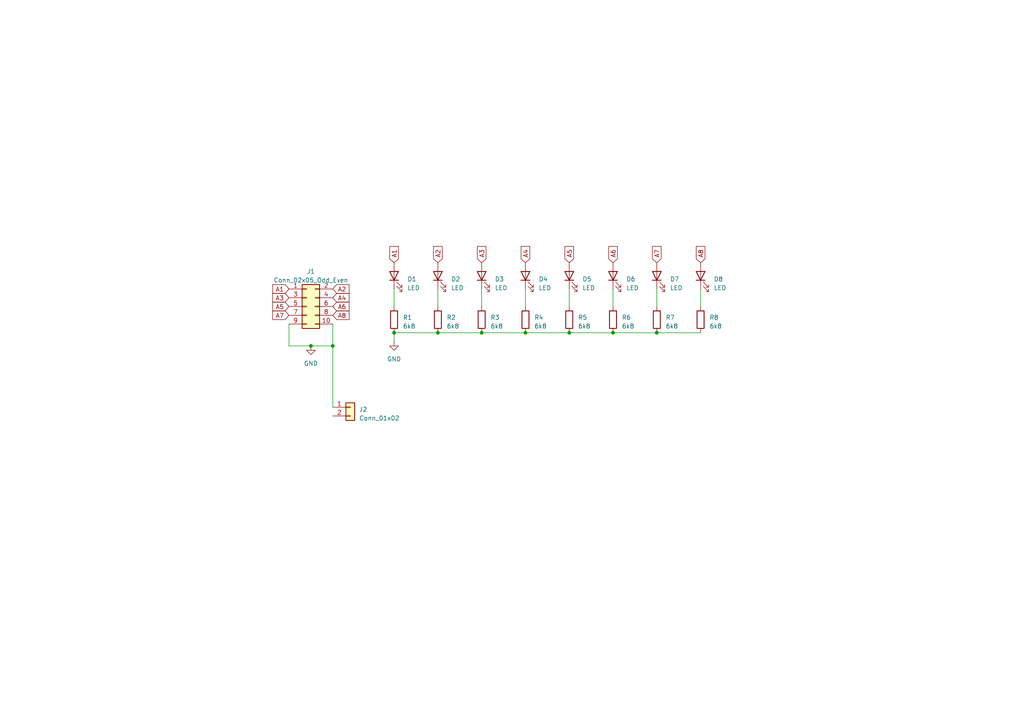
<source format=kicad_sch>
(kicad_sch (version 20230121) (generator eeschema)

  (uuid 1f9344d4-4095-44e9-b6fa-0e001fef8c31)

  (paper "A4")

  (lib_symbols
    (symbol "Connector_Generic:Conn_01x02" (pin_names (offset 1.016) hide) (in_bom yes) (on_board yes)
      (property "Reference" "J" (at 0 2.54 0)
        (effects (font (size 1.27 1.27)))
      )
      (property "Value" "Conn_01x02" (at 0 -5.08 0)
        (effects (font (size 1.27 1.27)))
      )
      (property "Footprint" "" (at 0 0 0)
        (effects (font (size 1.27 1.27)) hide)
      )
      (property "Datasheet" "~" (at 0 0 0)
        (effects (font (size 1.27 1.27)) hide)
      )
      (property "ki_keywords" "connector" (at 0 0 0)
        (effects (font (size 1.27 1.27)) hide)
      )
      (property "ki_description" "Generic connector, single row, 01x02, script generated (kicad-library-utils/schlib/autogen/connector/)" (at 0 0 0)
        (effects (font (size 1.27 1.27)) hide)
      )
      (property "ki_fp_filters" "Connector*:*_1x??_*" (at 0 0 0)
        (effects (font (size 1.27 1.27)) hide)
      )
      (symbol "Conn_01x02_1_1"
        (rectangle (start -1.27 -2.413) (end 0 -2.667)
          (stroke (width 0.1524) (type default))
          (fill (type none))
        )
        (rectangle (start -1.27 0.127) (end 0 -0.127)
          (stroke (width 0.1524) (type default))
          (fill (type none))
        )
        (rectangle (start -1.27 1.27) (end 1.27 -3.81)
          (stroke (width 0.254) (type default))
          (fill (type background))
        )
        (pin passive line (at -5.08 0 0) (length 3.81)
          (name "Pin_1" (effects (font (size 1.27 1.27))))
          (number "1" (effects (font (size 1.27 1.27))))
        )
        (pin passive line (at -5.08 -2.54 0) (length 3.81)
          (name "Pin_2" (effects (font (size 1.27 1.27))))
          (number "2" (effects (font (size 1.27 1.27))))
        )
      )
    )
    (symbol "Connector_Generic:Conn_02x05_Odd_Even" (pin_names (offset 1.016) hide) (in_bom yes) (on_board yes)
      (property "Reference" "J" (at 1.27 7.62 0)
        (effects (font (size 1.27 1.27)))
      )
      (property "Value" "Conn_02x05_Odd_Even" (at 1.27 -7.62 0)
        (effects (font (size 1.27 1.27)))
      )
      (property "Footprint" "" (at 0 0 0)
        (effects (font (size 1.27 1.27)) hide)
      )
      (property "Datasheet" "~" (at 0 0 0)
        (effects (font (size 1.27 1.27)) hide)
      )
      (property "ki_keywords" "connector" (at 0 0 0)
        (effects (font (size 1.27 1.27)) hide)
      )
      (property "ki_description" "Generic connector, double row, 02x05, odd/even pin numbering scheme (row 1 odd numbers, row 2 even numbers), script generated (kicad-library-utils/schlib/autogen/connector/)" (at 0 0 0)
        (effects (font (size 1.27 1.27)) hide)
      )
      (property "ki_fp_filters" "Connector*:*_2x??_*" (at 0 0 0)
        (effects (font (size 1.27 1.27)) hide)
      )
      (symbol "Conn_02x05_Odd_Even_1_1"
        (rectangle (start -1.27 -4.953) (end 0 -5.207)
          (stroke (width 0.1524) (type default))
          (fill (type none))
        )
        (rectangle (start -1.27 -2.413) (end 0 -2.667)
          (stroke (width 0.1524) (type default))
          (fill (type none))
        )
        (rectangle (start -1.27 0.127) (end 0 -0.127)
          (stroke (width 0.1524) (type default))
          (fill (type none))
        )
        (rectangle (start -1.27 2.667) (end 0 2.413)
          (stroke (width 0.1524) (type default))
          (fill (type none))
        )
        (rectangle (start -1.27 5.207) (end 0 4.953)
          (stroke (width 0.1524) (type default))
          (fill (type none))
        )
        (rectangle (start -1.27 6.35) (end 3.81 -6.35)
          (stroke (width 0.254) (type default))
          (fill (type background))
        )
        (rectangle (start 3.81 -4.953) (end 2.54 -5.207)
          (stroke (width 0.1524) (type default))
          (fill (type none))
        )
        (rectangle (start 3.81 -2.413) (end 2.54 -2.667)
          (stroke (width 0.1524) (type default))
          (fill (type none))
        )
        (rectangle (start 3.81 0.127) (end 2.54 -0.127)
          (stroke (width 0.1524) (type default))
          (fill (type none))
        )
        (rectangle (start 3.81 2.667) (end 2.54 2.413)
          (stroke (width 0.1524) (type default))
          (fill (type none))
        )
        (rectangle (start 3.81 5.207) (end 2.54 4.953)
          (stroke (width 0.1524) (type default))
          (fill (type none))
        )
        (pin passive line (at -5.08 5.08 0) (length 3.81)
          (name "Pin_1" (effects (font (size 1.27 1.27))))
          (number "1" (effects (font (size 1.27 1.27))))
        )
        (pin passive line (at 7.62 -5.08 180) (length 3.81)
          (name "Pin_10" (effects (font (size 1.27 1.27))))
          (number "10" (effects (font (size 1.27 1.27))))
        )
        (pin passive line (at 7.62 5.08 180) (length 3.81)
          (name "Pin_2" (effects (font (size 1.27 1.27))))
          (number "2" (effects (font (size 1.27 1.27))))
        )
        (pin passive line (at -5.08 2.54 0) (length 3.81)
          (name "Pin_3" (effects (font (size 1.27 1.27))))
          (number "3" (effects (font (size 1.27 1.27))))
        )
        (pin passive line (at 7.62 2.54 180) (length 3.81)
          (name "Pin_4" (effects (font (size 1.27 1.27))))
          (number "4" (effects (font (size 1.27 1.27))))
        )
        (pin passive line (at -5.08 0 0) (length 3.81)
          (name "Pin_5" (effects (font (size 1.27 1.27))))
          (number "5" (effects (font (size 1.27 1.27))))
        )
        (pin passive line (at 7.62 0 180) (length 3.81)
          (name "Pin_6" (effects (font (size 1.27 1.27))))
          (number "6" (effects (font (size 1.27 1.27))))
        )
        (pin passive line (at -5.08 -2.54 0) (length 3.81)
          (name "Pin_7" (effects (font (size 1.27 1.27))))
          (number "7" (effects (font (size 1.27 1.27))))
        )
        (pin passive line (at 7.62 -2.54 180) (length 3.81)
          (name "Pin_8" (effects (font (size 1.27 1.27))))
          (number "8" (effects (font (size 1.27 1.27))))
        )
        (pin passive line (at -5.08 -5.08 0) (length 3.81)
          (name "Pin_9" (effects (font (size 1.27 1.27))))
          (number "9" (effects (font (size 1.27 1.27))))
        )
      )
    )
    (symbol "Device:LED" (pin_numbers hide) (pin_names (offset 1.016) hide) (in_bom yes) (on_board yes)
      (property "Reference" "D" (at 0 2.54 0)
        (effects (font (size 1.27 1.27)))
      )
      (property "Value" "LED" (at 0 -2.54 0)
        (effects (font (size 1.27 1.27)))
      )
      (property "Footprint" "" (at 0 0 0)
        (effects (font (size 1.27 1.27)) hide)
      )
      (property "Datasheet" "~" (at 0 0 0)
        (effects (font (size 1.27 1.27)) hide)
      )
      (property "ki_keywords" "LED diode" (at 0 0 0)
        (effects (font (size 1.27 1.27)) hide)
      )
      (property "ki_description" "Light emitting diode" (at 0 0 0)
        (effects (font (size 1.27 1.27)) hide)
      )
      (property "ki_fp_filters" "LED* LED_SMD:* LED_THT:*" (at 0 0 0)
        (effects (font (size 1.27 1.27)) hide)
      )
      (symbol "LED_0_1"
        (polyline
          (pts
            (xy -1.27 -1.27)
            (xy -1.27 1.27)
          )
          (stroke (width 0.254) (type default))
          (fill (type none))
        )
        (polyline
          (pts
            (xy -1.27 0)
            (xy 1.27 0)
          )
          (stroke (width 0) (type default))
          (fill (type none))
        )
        (polyline
          (pts
            (xy 1.27 -1.27)
            (xy 1.27 1.27)
            (xy -1.27 0)
            (xy 1.27 -1.27)
          )
          (stroke (width 0.254) (type default))
          (fill (type none))
        )
        (polyline
          (pts
            (xy -3.048 -0.762)
            (xy -4.572 -2.286)
            (xy -3.81 -2.286)
            (xy -4.572 -2.286)
            (xy -4.572 -1.524)
          )
          (stroke (width 0) (type default))
          (fill (type none))
        )
        (polyline
          (pts
            (xy -1.778 -0.762)
            (xy -3.302 -2.286)
            (xy -2.54 -2.286)
            (xy -3.302 -2.286)
            (xy -3.302 -1.524)
          )
          (stroke (width 0) (type default))
          (fill (type none))
        )
      )
      (symbol "LED_1_1"
        (pin passive line (at -3.81 0 0) (length 2.54)
          (name "K" (effects (font (size 1.27 1.27))))
          (number "1" (effects (font (size 1.27 1.27))))
        )
        (pin passive line (at 3.81 0 180) (length 2.54)
          (name "A" (effects (font (size 1.27 1.27))))
          (number "2" (effects (font (size 1.27 1.27))))
        )
      )
    )
    (symbol "Device:R" (pin_numbers hide) (pin_names (offset 0)) (in_bom yes) (on_board yes)
      (property "Reference" "R" (at 2.032 0 90)
        (effects (font (size 1.27 1.27)))
      )
      (property "Value" "R" (at 0 0 90)
        (effects (font (size 1.27 1.27)))
      )
      (property "Footprint" "" (at -1.778 0 90)
        (effects (font (size 1.27 1.27)) hide)
      )
      (property "Datasheet" "~" (at 0 0 0)
        (effects (font (size 1.27 1.27)) hide)
      )
      (property "ki_keywords" "R res resistor" (at 0 0 0)
        (effects (font (size 1.27 1.27)) hide)
      )
      (property "ki_description" "Resistor" (at 0 0 0)
        (effects (font (size 1.27 1.27)) hide)
      )
      (property "ki_fp_filters" "R_*" (at 0 0 0)
        (effects (font (size 1.27 1.27)) hide)
      )
      (symbol "R_0_1"
        (rectangle (start -1.016 -2.54) (end 1.016 2.54)
          (stroke (width 0.254) (type default))
          (fill (type none))
        )
      )
      (symbol "R_1_1"
        (pin passive line (at 0 3.81 270) (length 1.27)
          (name "~" (effects (font (size 1.27 1.27))))
          (number "1" (effects (font (size 1.27 1.27))))
        )
        (pin passive line (at 0 -3.81 90) (length 1.27)
          (name "~" (effects (font (size 1.27 1.27))))
          (number "2" (effects (font (size 1.27 1.27))))
        )
      )
    )
    (symbol "power:GND" (power) (pin_names (offset 0)) (in_bom yes) (on_board yes)
      (property "Reference" "#PWR" (at 0 -6.35 0)
        (effects (font (size 1.27 1.27)) hide)
      )
      (property "Value" "GND" (at 0 -3.81 0)
        (effects (font (size 1.27 1.27)))
      )
      (property "Footprint" "" (at 0 0 0)
        (effects (font (size 1.27 1.27)) hide)
      )
      (property "Datasheet" "" (at 0 0 0)
        (effects (font (size 1.27 1.27)) hide)
      )
      (property "ki_keywords" "global power" (at 0 0 0)
        (effects (font (size 1.27 1.27)) hide)
      )
      (property "ki_description" "Power symbol creates a global label with name \"GND\" , ground" (at 0 0 0)
        (effects (font (size 1.27 1.27)) hide)
      )
      (symbol "GND_0_1"
        (polyline
          (pts
            (xy 0 0)
            (xy 0 -1.27)
            (xy 1.27 -1.27)
            (xy 0 -2.54)
            (xy -1.27 -1.27)
            (xy 0 -1.27)
          )
          (stroke (width 0) (type default))
          (fill (type none))
        )
      )
      (symbol "GND_1_1"
        (pin power_in line (at 0 0 270) (length 0) hide
          (name "GND" (effects (font (size 1.27 1.27))))
          (number "1" (effects (font (size 1.27 1.27))))
        )
      )
    )
  )

  (junction (at 127 96.52) (diameter 0) (color 0 0 0 0)
    (uuid 52680f15-9e3d-4afb-97f0-41455768ef04)
  )
  (junction (at 165.1 96.52) (diameter 0) (color 0 0 0 0)
    (uuid 5635c227-a752-4b63-82e9-9240af7c602d)
  )
  (junction (at 90.17 100.33) (diameter 0) (color 0 0 0 0)
    (uuid 67889754-eda3-40e4-8375-9be439e4a2c4)
  )
  (junction (at 114.3 96.52) (diameter 0) (color 0 0 0 0)
    (uuid 99f2f5bc-66ed-4da4-8071-b94572fd2397)
  )
  (junction (at 139.7 96.52) (diameter 0) (color 0 0 0 0)
    (uuid 9e26f2b7-42fd-4dd5-b909-8285d16abea0)
  )
  (junction (at 190.5 96.52) (diameter 0) (color 0 0 0 0)
    (uuid a90add29-4e8a-41b0-84d9-2161b3792b50)
  )
  (junction (at 96.52 100.33) (diameter 0) (color 0 0 0 0)
    (uuid ac464865-bdee-4dc9-9d83-053a82c20454)
  )
  (junction (at 177.8 96.52) (diameter 0) (color 0 0 0 0)
    (uuid bd407550-1e10-4a6a-8e19-15f2c5635e97)
  )
  (junction (at 152.4 96.52) (diameter 0) (color 0 0 0 0)
    (uuid ce497b76-1210-4fbb-8b39-3b71d560c06b)
  )

  (wire (pts (xy 96.52 100.33) (xy 96.52 118.11))
    (stroke (width 0) (type default))
    (uuid 0848fcf3-1d77-4a67-99ec-5aa595cf9f35)
  )
  (wire (pts (xy 83.82 93.98) (xy 83.82 100.33))
    (stroke (width 0) (type default))
    (uuid 1ddd9ada-d388-4ff3-965d-7a4dc0178ddb)
  )
  (wire (pts (xy 127 96.52) (xy 139.7 96.52))
    (stroke (width 0) (type default))
    (uuid 23294f78-8d32-45ee-b18b-a44a45ff718a)
  )
  (wire (pts (xy 165.1 96.52) (xy 177.8 96.52))
    (stroke (width 0) (type default))
    (uuid 44b912a0-1b35-400a-b264-4eaa2969c09f)
  )
  (wire (pts (xy 114.3 83.82) (xy 114.3 88.9))
    (stroke (width 0) (type default))
    (uuid 46140ce4-8b09-42bd-97cc-dfb0650757a9)
  )
  (wire (pts (xy 190.5 83.82) (xy 190.5 88.9))
    (stroke (width 0) (type default))
    (uuid 4d508683-7f45-47e1-8656-7b8bfd618df0)
  )
  (wire (pts (xy 177.8 83.82) (xy 177.8 88.9))
    (stroke (width 0) (type default))
    (uuid 5830412c-327a-4ed2-8102-168e6745e4c6)
  )
  (wire (pts (xy 96.52 100.33) (xy 96.52 93.98))
    (stroke (width 0) (type default))
    (uuid 77857da0-57e2-4b6e-b320-242ec1c2edc0)
  )
  (wire (pts (xy 165.1 83.82) (xy 165.1 88.9))
    (stroke (width 0) (type default))
    (uuid 94213a1f-8d21-40f9-821c-3c4dd0aaf353)
  )
  (wire (pts (xy 177.8 96.52) (xy 190.5 96.52))
    (stroke (width 0) (type default))
    (uuid 9541eaff-e539-4bdb-9562-3917286c2b20)
  )
  (wire (pts (xy 190.5 96.52) (xy 203.2 96.52))
    (stroke (width 0) (type default))
    (uuid 9645e248-ede3-4bfe-82c6-a5604f0f4e0a)
  )
  (wire (pts (xy 139.7 83.82) (xy 139.7 88.9))
    (stroke (width 0) (type default))
    (uuid ac964ec8-1b19-48c7-ba38-017a80a3856c)
  )
  (wire (pts (xy 114.3 96.52) (xy 127 96.52))
    (stroke (width 0) (type default))
    (uuid ad629d0b-ff0d-4049-a913-1df94fa0edbe)
  )
  (wire (pts (xy 139.7 96.52) (xy 152.4 96.52))
    (stroke (width 0) (type default))
    (uuid b239db7c-ba9e-496f-9c57-a7ea0bb259cc)
  )
  (wire (pts (xy 127 83.82) (xy 127 88.9))
    (stroke (width 0) (type default))
    (uuid be6db559-6208-416c-b4ea-1e8d87afe781)
  )
  (wire (pts (xy 90.17 100.33) (xy 96.52 100.33))
    (stroke (width 0) (type default))
    (uuid cf0fd747-3a87-4c5a-8f89-19585ab300b6)
  )
  (wire (pts (xy 114.3 96.52) (xy 114.3 99.06))
    (stroke (width 0) (type default))
    (uuid d47cd828-0aa5-4526-8e2d-08cdc2bf2460)
  )
  (wire (pts (xy 152.4 83.82) (xy 152.4 88.9))
    (stroke (width 0) (type default))
    (uuid d56b6950-d447-40f2-8c32-d5a73db12804)
  )
  (wire (pts (xy 83.82 100.33) (xy 90.17 100.33))
    (stroke (width 0) (type default))
    (uuid dc4e541a-b8e5-4b34-8786-17e011fe739a)
  )
  (wire (pts (xy 152.4 96.52) (xy 165.1 96.52))
    (stroke (width 0) (type default))
    (uuid eb49b511-4e9d-4621-a8eb-8a05288f75e6)
  )
  (wire (pts (xy 203.2 83.82) (xy 203.2 88.9))
    (stroke (width 0) (type default))
    (uuid fb4dfb2d-d538-4ed3-8d85-10e8266d25c2)
  )

  (global_label "A1" (shape input) (at 83.82 83.82 180) (fields_autoplaced)
    (effects (font (size 1.27 1.27)) (justify right))
    (uuid 06a8598c-6c9d-4580-a156-21ed2a67f89b)
    (property "Intersheetrefs" "${INTERSHEET_REFS}" (at 78.6161 83.82 0)
      (effects (font (size 1.27 1.27)) (justify right) hide)
    )
  )
  (global_label "A1" (shape input) (at 114.3 76.2 90) (fields_autoplaced)
    (effects (font (size 1.27 1.27)) (justify left))
    (uuid 2bc1ca77-9145-4617-94f4-10a0eaf0a239)
    (property "Intersheetrefs" "${INTERSHEET_REFS}" (at 114.3 70.9961 90)
      (effects (font (size 1.27 1.27)) (justify left) hide)
    )
  )
  (global_label "A8" (shape input) (at 96.52 91.44 0) (fields_autoplaced)
    (effects (font (size 1.27 1.27)) (justify left))
    (uuid 2bcd5440-963a-4915-9dda-29f14a654965)
    (property "Intersheetrefs" "${INTERSHEET_REFS}" (at 101.7239 91.44 0)
      (effects (font (size 1.27 1.27)) (justify left) hide)
    )
  )
  (global_label "A3" (shape input) (at 139.7 76.2 90) (fields_autoplaced)
    (effects (font (size 1.27 1.27)) (justify left))
    (uuid 305a950c-dcb5-4639-8791-7f9952f2fa94)
    (property "Intersheetrefs" "${INTERSHEET_REFS}" (at 139.7 70.9961 90)
      (effects (font (size 1.27 1.27)) (justify left) hide)
    )
  )
  (global_label "A4" (shape input) (at 152.4 76.2 90) (fields_autoplaced)
    (effects (font (size 1.27 1.27)) (justify left))
    (uuid 406c5c8d-7de0-40a4-afaf-f56944620d17)
    (property "Intersheetrefs" "${INTERSHEET_REFS}" (at 152.4 70.9961 90)
      (effects (font (size 1.27 1.27)) (justify left) hide)
    )
  )
  (global_label "A7" (shape input) (at 190.5 76.2 90) (fields_autoplaced)
    (effects (font (size 1.27 1.27)) (justify left))
    (uuid 45a8b236-8894-414d-8661-189cec3fb04d)
    (property "Intersheetrefs" "${INTERSHEET_REFS}" (at 190.5 70.9961 90)
      (effects (font (size 1.27 1.27)) (justify left) hide)
    )
  )
  (global_label "A4" (shape input) (at 96.52 86.36 0) (fields_autoplaced)
    (effects (font (size 1.27 1.27)) (justify left))
    (uuid 4fca704b-9dcf-48bf-99c3-252d3ab3307d)
    (property "Intersheetrefs" "${INTERSHEET_REFS}" (at 101.7239 86.36 0)
      (effects (font (size 1.27 1.27)) (justify left) hide)
    )
  )
  (global_label "A5" (shape input) (at 83.82 88.9 180) (fields_autoplaced)
    (effects (font (size 1.27 1.27)) (justify right))
    (uuid 5c12db1f-18f6-45cb-8626-883a420bd79f)
    (property "Intersheetrefs" "${INTERSHEET_REFS}" (at 78.6161 88.9 0)
      (effects (font (size 1.27 1.27)) (justify right) hide)
    )
  )
  (global_label "A2" (shape input) (at 127 76.2 90) (fields_autoplaced)
    (effects (font (size 1.27 1.27)) (justify left))
    (uuid 6f8aaf7a-e381-4a58-83dc-072228aa1009)
    (property "Intersheetrefs" "${INTERSHEET_REFS}" (at 127 70.9961 90)
      (effects (font (size 1.27 1.27)) (justify left) hide)
    )
  )
  (global_label "A5" (shape input) (at 165.1 76.2 90) (fields_autoplaced)
    (effects (font (size 1.27 1.27)) (justify left))
    (uuid 7a7486b6-d91b-4d6b-a9ea-4097c20e86c6)
    (property "Intersheetrefs" "${INTERSHEET_REFS}" (at 165.1 70.9961 90)
      (effects (font (size 1.27 1.27)) (justify left) hide)
    )
  )
  (global_label "A6" (shape input) (at 177.8 76.2 90) (fields_autoplaced)
    (effects (font (size 1.27 1.27)) (justify left))
    (uuid 83c2d13b-653a-40bf-8c5c-3ef5d19ac562)
    (property "Intersheetrefs" "${INTERSHEET_REFS}" (at 177.8 70.9961 90)
      (effects (font (size 1.27 1.27)) (justify left) hide)
    )
  )
  (global_label "A6" (shape input) (at 96.52 88.9 0) (fields_autoplaced)
    (effects (font (size 1.27 1.27)) (justify left))
    (uuid 956a8535-9539-4d04-89c7-e7721af33d89)
    (property "Intersheetrefs" "${INTERSHEET_REFS}" (at 101.7239 88.9 0)
      (effects (font (size 1.27 1.27)) (justify left) hide)
    )
  )
  (global_label "A2" (shape input) (at 96.52 83.82 0) (fields_autoplaced)
    (effects (font (size 1.27 1.27)) (justify left))
    (uuid c376ffcf-8ebc-4f21-a846-a04083d0b6da)
    (property "Intersheetrefs" "${INTERSHEET_REFS}" (at 101.7239 83.82 0)
      (effects (font (size 1.27 1.27)) (justify left) hide)
    )
  )
  (global_label "A7" (shape input) (at 83.82 91.44 180) (fields_autoplaced)
    (effects (font (size 1.27 1.27)) (justify right))
    (uuid c4c4597c-3944-4a8c-aea9-5e1fcab3b4d9)
    (property "Intersheetrefs" "${INTERSHEET_REFS}" (at 78.6161 91.44 0)
      (effects (font (size 1.27 1.27)) (justify right) hide)
    )
  )
  (global_label "A8" (shape input) (at 203.2 76.2 90) (fields_autoplaced)
    (effects (font (size 1.27 1.27)) (justify left))
    (uuid db75d147-ce0b-4a86-bf0e-187a52dc2c55)
    (property "Intersheetrefs" "${INTERSHEET_REFS}" (at 203.2 70.9961 90)
      (effects (font (size 1.27 1.27)) (justify left) hide)
    )
  )
  (global_label "A3" (shape input) (at 83.82 86.36 180) (fields_autoplaced)
    (effects (font (size 1.27 1.27)) (justify right))
    (uuid ebc82cd0-8e89-4411-b4eb-14915ced9dd8)
    (property "Intersheetrefs" "${INTERSHEET_REFS}" (at 78.6161 86.36 0)
      (effects (font (size 1.27 1.27)) (justify right) hide)
    )
  )

  (symbol (lib_id "Device:R") (at 203.2 92.71 0) (unit 1)
    (in_bom yes) (on_board yes) (dnp no) (fields_autoplaced)
    (uuid 00fead9e-23f8-46c0-883c-ffc3ed706b73)
    (property "Reference" "R8" (at 205.74 92.075 0)
      (effects (font (size 1.27 1.27)) (justify left))
    )
    (property "Value" "6k8" (at 205.74 94.615 0)
      (effects (font (size 1.27 1.27)) (justify left))
    )
    (property "Footprint" "Resistor_THT:R_Axial_DIN0207_L6.3mm_D2.5mm_P10.16mm_Horizontal" (at 201.422 92.71 90)
      (effects (font (size 1.27 1.27)) hide)
    )
    (property "Datasheet" "~" (at 203.2 92.71 0)
      (effects (font (size 1.27 1.27)) hide)
    )
    (pin "1" (uuid 59ee7ba9-9bc8-4f39-9f36-679749464af3))
    (pin "2" (uuid 3bd09349-54ea-4099-be3e-7343977329a7))
    (instances
      (project "DOT"
        (path "/1f9344d4-4095-44e9-b6fa-0e001fef8c31"
          (reference "R8") (unit 1)
        )
      )
    )
  )

  (symbol (lib_id "power:GND") (at 114.3 99.06 0) (unit 1)
    (in_bom yes) (on_board yes) (dnp no) (fields_autoplaced)
    (uuid 21e8b33f-b5d9-4dc5-8dfd-b622e1e6a922)
    (property "Reference" "#PWR01" (at 114.3 105.41 0)
      (effects (font (size 1.27 1.27)) hide)
    )
    (property "Value" "GND" (at 114.3 104.14 0)
      (effects (font (size 1.27 1.27)))
    )
    (property "Footprint" "" (at 114.3 99.06 0)
      (effects (font (size 1.27 1.27)) hide)
    )
    (property "Datasheet" "" (at 114.3 99.06 0)
      (effects (font (size 1.27 1.27)) hide)
    )
    (pin "1" (uuid 494ddd2a-0668-44d0-b62d-18c120972025))
    (instances
      (project "DOT"
        (path "/1f9344d4-4095-44e9-b6fa-0e001fef8c31"
          (reference "#PWR01") (unit 1)
        )
      )
    )
  )

  (symbol (lib_id "Device:LED") (at 127 80.01 90) (unit 1)
    (in_bom yes) (on_board yes) (dnp no) (fields_autoplaced)
    (uuid 321eb053-1f4b-4d05-8b6e-bd52ae8314e3)
    (property "Reference" "D2" (at 130.81 80.9625 90)
      (effects (font (size 1.27 1.27)) (justify right))
    )
    (property "Value" "LED" (at 130.81 83.5025 90)
      (effects (font (size 1.27 1.27)) (justify right))
    )
    (property "Footprint" "LED_THT:LED_D5.0mm" (at 127 80.01 0)
      (effects (font (size 1.27 1.27)) hide)
    )
    (property "Datasheet" "~" (at 127 80.01 0)
      (effects (font (size 1.27 1.27)) hide)
    )
    (pin "1" (uuid 720137cf-08a4-4429-822b-e1e7047ab70a))
    (pin "2" (uuid dfade80f-5867-48fb-88aa-66e75f1af03c))
    (instances
      (project "DOT"
        (path "/1f9344d4-4095-44e9-b6fa-0e001fef8c31"
          (reference "D2") (unit 1)
        )
      )
    )
  )

  (symbol (lib_id "Device:R") (at 139.7 92.71 0) (unit 1)
    (in_bom yes) (on_board yes) (dnp no) (fields_autoplaced)
    (uuid 3388b50a-4e2b-4914-b732-8975ac738d10)
    (property "Reference" "R3" (at 142.24 92.075 0)
      (effects (font (size 1.27 1.27)) (justify left))
    )
    (property "Value" "6k8" (at 142.24 94.615 0)
      (effects (font (size 1.27 1.27)) (justify left))
    )
    (property "Footprint" "Resistor_THT:R_Axial_DIN0207_L6.3mm_D2.5mm_P10.16mm_Horizontal" (at 137.922 92.71 90)
      (effects (font (size 1.27 1.27)) hide)
    )
    (property "Datasheet" "~" (at 139.7 92.71 0)
      (effects (font (size 1.27 1.27)) hide)
    )
    (pin "1" (uuid e0106ea8-5e4e-4762-8515-e984ab230d59))
    (pin "2" (uuid a4ac02eb-f73a-4a78-8d03-cccc28619b58))
    (instances
      (project "DOT"
        (path "/1f9344d4-4095-44e9-b6fa-0e001fef8c31"
          (reference "R3") (unit 1)
        )
      )
    )
  )

  (symbol (lib_id "Device:LED") (at 190.5 80.01 90) (unit 1)
    (in_bom yes) (on_board yes) (dnp no) (fields_autoplaced)
    (uuid 47a28aa7-183c-4630-b25d-2b48b103665c)
    (property "Reference" "D7" (at 194.31 80.9625 90)
      (effects (font (size 1.27 1.27)) (justify right))
    )
    (property "Value" "LED" (at 194.31 83.5025 90)
      (effects (font (size 1.27 1.27)) (justify right))
    )
    (property "Footprint" "LED_THT:LED_D5.0mm" (at 190.5 80.01 0)
      (effects (font (size 1.27 1.27)) hide)
    )
    (property "Datasheet" "~" (at 190.5 80.01 0)
      (effects (font (size 1.27 1.27)) hide)
    )
    (pin "1" (uuid 27ce21b1-3e4e-42a1-be9f-121107ae8e1b))
    (pin "2" (uuid 160b2aa2-fd57-4792-95b7-0889ecf9d1fc))
    (instances
      (project "DOT"
        (path "/1f9344d4-4095-44e9-b6fa-0e001fef8c31"
          (reference "D7") (unit 1)
        )
      )
    )
  )

  (symbol (lib_id "Connector_Generic:Conn_02x05_Odd_Even") (at 88.9 88.9 0) (unit 1)
    (in_bom yes) (on_board yes) (dnp no) (fields_autoplaced)
    (uuid 4b850237-2aa4-4497-a563-1244ac55e33b)
    (property "Reference" "J1" (at 90.17 78.74 0)
      (effects (font (size 1.27 1.27)))
    )
    (property "Value" "Conn_02x05_Odd_Even" (at 90.17 81.28 0)
      (effects (font (size 1.27 1.27)))
    )
    (property "Footprint" "Connector_IDC:IDC-Header_2x05_P2.54mm_Vertical" (at 88.9 88.9 0)
      (effects (font (size 1.27 1.27)) hide)
    )
    (property "Datasheet" "~" (at 88.9 88.9 0)
      (effects (font (size 1.27 1.27)) hide)
    )
    (pin "1" (uuid e3688fdc-1cdc-40ed-8a7c-aef387f19739))
    (pin "10" (uuid f87244d6-abbe-44ff-8e2e-448cbfeb2025))
    (pin "2" (uuid 9df129fe-4991-4366-9486-789a5ac75153))
    (pin "3" (uuid c9b638cd-60cf-4d0a-b449-23f3ff455c2a))
    (pin "4" (uuid f657fcb6-70f2-4252-9dd3-56c6982717cc))
    (pin "5" (uuid a0b7adeb-fa34-480d-b89a-1a87c103138c))
    (pin "6" (uuid 8133143d-a2aa-431c-b653-14e3f71257c2))
    (pin "7" (uuid 4c9fffeb-bc79-4ca9-b0b1-133f589e95d7))
    (pin "8" (uuid 4c6e75f1-7e98-4247-9ae3-21d59da440c5))
    (pin "9" (uuid bf1cab2b-316c-4776-ac01-9aa52db97948))
    (instances
      (project "DOT"
        (path "/1f9344d4-4095-44e9-b6fa-0e001fef8c31"
          (reference "J1") (unit 1)
        )
      )
    )
  )

  (symbol (lib_id "Device:LED") (at 152.4 80.01 90) (unit 1)
    (in_bom yes) (on_board yes) (dnp no) (fields_autoplaced)
    (uuid 4c310f17-a0ca-4ecc-becd-13dc33a7f128)
    (property "Reference" "D4" (at 156.21 80.9625 90)
      (effects (font (size 1.27 1.27)) (justify right))
    )
    (property "Value" "LED" (at 156.21 83.5025 90)
      (effects (font (size 1.27 1.27)) (justify right))
    )
    (property "Footprint" "LED_THT:LED_D5.0mm" (at 152.4 80.01 0)
      (effects (font (size 1.27 1.27)) hide)
    )
    (property "Datasheet" "~" (at 152.4 80.01 0)
      (effects (font (size 1.27 1.27)) hide)
    )
    (pin "1" (uuid 7057d8fe-4d9e-4a56-9a96-56401852e107))
    (pin "2" (uuid ca4604d0-7342-48d2-a962-348f1f9ab645))
    (instances
      (project "DOT"
        (path "/1f9344d4-4095-44e9-b6fa-0e001fef8c31"
          (reference "D4") (unit 1)
        )
      )
    )
  )

  (symbol (lib_id "Device:R") (at 152.4 92.71 0) (unit 1)
    (in_bom yes) (on_board yes) (dnp no) (fields_autoplaced)
    (uuid 517dd880-1039-45c1-994f-b8dc5ae97bc1)
    (property "Reference" "R4" (at 154.94 92.075 0)
      (effects (font (size 1.27 1.27)) (justify left))
    )
    (property "Value" "6k8" (at 154.94 94.615 0)
      (effects (font (size 1.27 1.27)) (justify left))
    )
    (property "Footprint" "Resistor_THT:R_Axial_DIN0207_L6.3mm_D2.5mm_P10.16mm_Horizontal" (at 150.622 92.71 90)
      (effects (font (size 1.27 1.27)) hide)
    )
    (property "Datasheet" "~" (at 152.4 92.71 0)
      (effects (font (size 1.27 1.27)) hide)
    )
    (pin "1" (uuid 2c25fcc7-e938-4170-9fd2-154834c45ac8))
    (pin "2" (uuid 3065143d-75f2-4096-9fd5-cad3287c4d84))
    (instances
      (project "DOT"
        (path "/1f9344d4-4095-44e9-b6fa-0e001fef8c31"
          (reference "R4") (unit 1)
        )
      )
    )
  )

  (symbol (lib_id "Device:R") (at 114.3 92.71 0) (unit 1)
    (in_bom yes) (on_board yes) (dnp no) (fields_autoplaced)
    (uuid 53e9cc89-256f-4ab1-b155-ff809f5a35dc)
    (property "Reference" "R1" (at 116.84 92.075 0)
      (effects (font (size 1.27 1.27)) (justify left))
    )
    (property "Value" "6k8" (at 116.84 94.615 0)
      (effects (font (size 1.27 1.27)) (justify left))
    )
    (property "Footprint" "Resistor_THT:R_Axial_DIN0207_L6.3mm_D2.5mm_P10.16mm_Horizontal" (at 112.522 92.71 90)
      (effects (font (size 1.27 1.27)) hide)
    )
    (property "Datasheet" "~" (at 114.3 92.71 0)
      (effects (font (size 1.27 1.27)) hide)
    )
    (pin "1" (uuid e3de7ff5-3f32-4de0-8fec-941b8efc4bf3))
    (pin "2" (uuid 885be6f1-2768-4628-acde-4f2c5745f5f7))
    (instances
      (project "DOT"
        (path "/1f9344d4-4095-44e9-b6fa-0e001fef8c31"
          (reference "R1") (unit 1)
        )
      )
    )
  )

  (symbol (lib_id "Device:R") (at 190.5 92.71 0) (unit 1)
    (in_bom yes) (on_board yes) (dnp no) (fields_autoplaced)
    (uuid 5bddc77e-4d48-4bc0-91fe-5a96410f5b6b)
    (property "Reference" "R7" (at 193.04 92.075 0)
      (effects (font (size 1.27 1.27)) (justify left))
    )
    (property "Value" "6k8" (at 193.04 94.615 0)
      (effects (font (size 1.27 1.27)) (justify left))
    )
    (property "Footprint" "Resistor_THT:R_Axial_DIN0207_L6.3mm_D2.5mm_P10.16mm_Horizontal" (at 188.722 92.71 90)
      (effects (font (size 1.27 1.27)) hide)
    )
    (property "Datasheet" "~" (at 190.5 92.71 0)
      (effects (font (size 1.27 1.27)) hide)
    )
    (pin "1" (uuid 04636e14-c6d3-4b03-99eb-829f7695d3bb))
    (pin "2" (uuid b3ea6fd0-6723-4d70-9422-979b06152ce6))
    (instances
      (project "DOT"
        (path "/1f9344d4-4095-44e9-b6fa-0e001fef8c31"
          (reference "R7") (unit 1)
        )
      )
    )
  )

  (symbol (lib_id "Device:LED") (at 139.7 80.01 90) (unit 1)
    (in_bom yes) (on_board yes) (dnp no) (fields_autoplaced)
    (uuid 90bd6659-aca4-4ffa-95fa-f328db08e4f8)
    (property "Reference" "D3" (at 143.51 80.9625 90)
      (effects (font (size 1.27 1.27)) (justify right))
    )
    (property "Value" "LED" (at 143.51 83.5025 90)
      (effects (font (size 1.27 1.27)) (justify right))
    )
    (property "Footprint" "LED_THT:LED_D5.0mm" (at 139.7 80.01 0)
      (effects (font (size 1.27 1.27)) hide)
    )
    (property "Datasheet" "~" (at 139.7 80.01 0)
      (effects (font (size 1.27 1.27)) hide)
    )
    (pin "1" (uuid 0bdb4814-a0c2-4349-9c43-b6fa8a13b9d4))
    (pin "2" (uuid da00eb7a-cdc3-4fcc-8b8e-5ae5774ede3b))
    (instances
      (project "DOT"
        (path "/1f9344d4-4095-44e9-b6fa-0e001fef8c31"
          (reference "D3") (unit 1)
        )
      )
    )
  )

  (symbol (lib_id "Device:LED") (at 177.8 80.01 90) (unit 1)
    (in_bom yes) (on_board yes) (dnp no) (fields_autoplaced)
    (uuid ad89c919-12dd-4117-88a3-ee7daf923714)
    (property "Reference" "D6" (at 181.61 80.9625 90)
      (effects (font (size 1.27 1.27)) (justify right))
    )
    (property "Value" "LED" (at 181.61 83.5025 90)
      (effects (font (size 1.27 1.27)) (justify right))
    )
    (property "Footprint" "LED_THT:LED_D5.0mm" (at 177.8 80.01 0)
      (effects (font (size 1.27 1.27)) hide)
    )
    (property "Datasheet" "~" (at 177.8 80.01 0)
      (effects (font (size 1.27 1.27)) hide)
    )
    (pin "1" (uuid 174f1ccf-d4b5-4f4b-be5e-c508a83ab2f2))
    (pin "2" (uuid e261824a-3e57-4d80-b975-ad6bdb055e77))
    (instances
      (project "DOT"
        (path "/1f9344d4-4095-44e9-b6fa-0e001fef8c31"
          (reference "D6") (unit 1)
        )
      )
    )
  )

  (symbol (lib_id "Device:LED") (at 114.3 80.01 90) (unit 1)
    (in_bom yes) (on_board yes) (dnp no) (fields_autoplaced)
    (uuid b0a4733c-80ec-4532-9b36-7f35ef7ea7e7)
    (property "Reference" "D1" (at 118.11 80.9625 90)
      (effects (font (size 1.27 1.27)) (justify right))
    )
    (property "Value" "LED" (at 118.11 83.5025 90)
      (effects (font (size 1.27 1.27)) (justify right))
    )
    (property "Footprint" "LED_THT:LED_D5.0mm" (at 114.3 80.01 0)
      (effects (font (size 1.27 1.27)) hide)
    )
    (property "Datasheet" "~" (at 114.3 80.01 0)
      (effects (font (size 1.27 1.27)) hide)
    )
    (pin "1" (uuid 930c88a6-cc55-4c30-8d0b-ace20e464f19))
    (pin "2" (uuid 2ac68e9d-1752-4f0e-9b76-4ddd367a087c))
    (instances
      (project "DOT"
        (path "/1f9344d4-4095-44e9-b6fa-0e001fef8c31"
          (reference "D1") (unit 1)
        )
      )
    )
  )

  (symbol (lib_id "Device:R") (at 177.8 92.71 0) (unit 1)
    (in_bom yes) (on_board yes) (dnp no) (fields_autoplaced)
    (uuid c66536a4-dc94-4a75-8476-05d52717cf5f)
    (property "Reference" "R6" (at 180.34 92.075 0)
      (effects (font (size 1.27 1.27)) (justify left))
    )
    (property "Value" "6k8" (at 180.34 94.615 0)
      (effects (font (size 1.27 1.27)) (justify left))
    )
    (property "Footprint" "Resistor_THT:R_Axial_DIN0207_L6.3mm_D2.5mm_P10.16mm_Horizontal" (at 176.022 92.71 90)
      (effects (font (size 1.27 1.27)) hide)
    )
    (property "Datasheet" "~" (at 177.8 92.71 0)
      (effects (font (size 1.27 1.27)) hide)
    )
    (pin "1" (uuid db82d42c-f4a3-4bf8-b18d-425cac7a1bca))
    (pin "2" (uuid 9c14246f-e25f-4336-b768-9e798fa33f54))
    (instances
      (project "DOT"
        (path "/1f9344d4-4095-44e9-b6fa-0e001fef8c31"
          (reference "R6") (unit 1)
        )
      )
    )
  )

  (symbol (lib_id "Device:R") (at 127 92.71 0) (unit 1)
    (in_bom yes) (on_board yes) (dnp no) (fields_autoplaced)
    (uuid c785ddd0-b755-4bbb-b47d-daaf077f75c6)
    (property "Reference" "R2" (at 129.54 92.075 0)
      (effects (font (size 1.27 1.27)) (justify left))
    )
    (property "Value" "6k8" (at 129.54 94.615 0)
      (effects (font (size 1.27 1.27)) (justify left))
    )
    (property "Footprint" "Resistor_THT:R_Axial_DIN0207_L6.3mm_D2.5mm_P10.16mm_Horizontal" (at 125.222 92.71 90)
      (effects (font (size 1.27 1.27)) hide)
    )
    (property "Datasheet" "~" (at 127 92.71 0)
      (effects (font (size 1.27 1.27)) hide)
    )
    (pin "1" (uuid 1ea371a1-ce1d-431f-a3d6-e21c1260d3e5))
    (pin "2" (uuid 88523003-580f-4ddc-990e-22aeb715410f))
    (instances
      (project "DOT"
        (path "/1f9344d4-4095-44e9-b6fa-0e001fef8c31"
          (reference "R2") (unit 1)
        )
      )
    )
  )

  (symbol (lib_id "Device:LED") (at 165.1 80.01 90) (unit 1)
    (in_bom yes) (on_board yes) (dnp no) (fields_autoplaced)
    (uuid ca9ed7dd-8910-493f-ae2b-37cab5e500a5)
    (property "Reference" "D5" (at 168.91 80.9625 90)
      (effects (font (size 1.27 1.27)) (justify right))
    )
    (property "Value" "LED" (at 168.91 83.5025 90)
      (effects (font (size 1.27 1.27)) (justify right))
    )
    (property "Footprint" "LED_THT:LED_D5.0mm" (at 165.1 80.01 0)
      (effects (font (size 1.27 1.27)) hide)
    )
    (property "Datasheet" "~" (at 165.1 80.01 0)
      (effects (font (size 1.27 1.27)) hide)
    )
    (pin "1" (uuid c2d68ea6-e01e-4946-bc4c-42517760ff25))
    (pin "2" (uuid 3a437630-63d5-4fc9-89d3-1203cfdaf0cb))
    (instances
      (project "DOT"
        (path "/1f9344d4-4095-44e9-b6fa-0e001fef8c31"
          (reference "D5") (unit 1)
        )
      )
    )
  )

  (symbol (lib_id "Device:LED") (at 203.2 80.01 90) (unit 1)
    (in_bom yes) (on_board yes) (dnp no) (fields_autoplaced)
    (uuid d88bf16d-b431-4571-b943-519ab21227d0)
    (property "Reference" "D8" (at 207.01 80.9625 90)
      (effects (font (size 1.27 1.27)) (justify right))
    )
    (property "Value" "LED" (at 207.01 83.5025 90)
      (effects (font (size 1.27 1.27)) (justify right))
    )
    (property "Footprint" "LED_THT:LED_D5.0mm" (at 203.2 80.01 0)
      (effects (font (size 1.27 1.27)) hide)
    )
    (property "Datasheet" "~" (at 203.2 80.01 0)
      (effects (font (size 1.27 1.27)) hide)
    )
    (pin "1" (uuid dcc6d0e4-3790-4225-8e42-27e3d060c57c))
    (pin "2" (uuid 6b691916-b836-4fdf-ba31-512a5d16011c))
    (instances
      (project "DOT"
        (path "/1f9344d4-4095-44e9-b6fa-0e001fef8c31"
          (reference "D8") (unit 1)
        )
      )
    )
  )

  (symbol (lib_id "Device:R") (at 165.1 92.71 0) (unit 1)
    (in_bom yes) (on_board yes) (dnp no) (fields_autoplaced)
    (uuid e3797372-b4d1-48fd-8dca-e43df9d9b59f)
    (property "Reference" "R5" (at 167.64 92.075 0)
      (effects (font (size 1.27 1.27)) (justify left))
    )
    (property "Value" "6k8" (at 167.64 94.615 0)
      (effects (font (size 1.27 1.27)) (justify left))
    )
    (property "Footprint" "Resistor_THT:R_Axial_DIN0207_L6.3mm_D2.5mm_P10.16mm_Horizontal" (at 163.322 92.71 90)
      (effects (font (size 1.27 1.27)) hide)
    )
    (property "Datasheet" "~" (at 165.1 92.71 0)
      (effects (font (size 1.27 1.27)) hide)
    )
    (pin "1" (uuid 3dd6701f-795b-4c18-9593-a1a9579af8a4))
    (pin "2" (uuid 4a34a200-8636-4d37-a9c5-c70f45d7ecc8))
    (instances
      (project "DOT"
        (path "/1f9344d4-4095-44e9-b6fa-0e001fef8c31"
          (reference "R5") (unit 1)
        )
      )
    )
  )

  (symbol (lib_id "Connector_Generic:Conn_01x02") (at 101.6 118.11 0) (unit 1)
    (in_bom yes) (on_board yes) (dnp no) (fields_autoplaced)
    (uuid e6cdb886-ef7c-4a4d-a41f-c2f1243a0fe3)
    (property "Reference" "J2" (at 104.14 118.745 0)
      (effects (font (size 1.27 1.27)) (justify left))
    )
    (property "Value" "Conn_01x02" (at 104.14 121.285 0)
      (effects (font (size 1.27 1.27)) (justify left))
    )
    (property "Footprint" "TerminalBlock_Phoenix:TerminalBlock_Phoenix_MKDS-1,5-2-5.08_1x02_P5.08mm_Horizontal" (at 101.6 118.11 0)
      (effects (font (size 1.27 1.27)) hide)
    )
    (property "Datasheet" "~" (at 101.6 118.11 0)
      (effects (font (size 1.27 1.27)) hide)
    )
    (pin "1" (uuid 63e988d8-2b95-4015-9592-ed08fc45e3d0))
    (pin "2" (uuid 921f6176-2fea-486f-98ac-db42054d03d5))
    (instances
      (project "DOT"
        (path "/1f9344d4-4095-44e9-b6fa-0e001fef8c31"
          (reference "J2") (unit 1)
        )
      )
    )
  )

  (symbol (lib_id "power:GND") (at 90.17 100.33 0) (unit 1)
    (in_bom yes) (on_board yes) (dnp no) (fields_autoplaced)
    (uuid f022b09c-e012-4ee9-911a-b2760b38179c)
    (property "Reference" "#PWR02" (at 90.17 106.68 0)
      (effects (font (size 1.27 1.27)) hide)
    )
    (property "Value" "GND" (at 90.17 105.41 0)
      (effects (font (size 1.27 1.27)))
    )
    (property "Footprint" "" (at 90.17 100.33 0)
      (effects (font (size 1.27 1.27)) hide)
    )
    (property "Datasheet" "" (at 90.17 100.33 0)
      (effects (font (size 1.27 1.27)) hide)
    )
    (pin "1" (uuid 8991e13b-6353-43ae-a40b-5b3a33f59c6d))
    (instances
      (project "DOT"
        (path "/1f9344d4-4095-44e9-b6fa-0e001fef8c31"
          (reference "#PWR02") (unit 1)
        )
      )
    )
  )

  (sheet_instances
    (path "/" (page "1"))
  )
)

</source>
